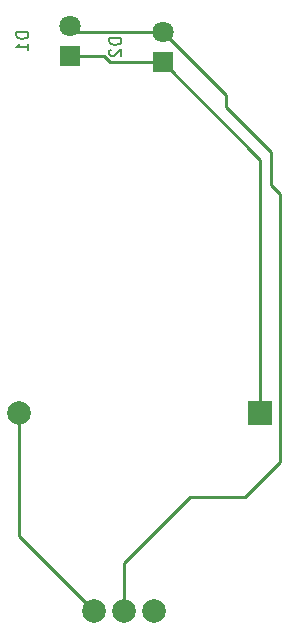
<source format=gbr>
%TF.GenerationSoftware,KiCad,Pcbnew,(5.1.6)-1*%
%TF.CreationDate,2020-10-19T09:00:09+02:00*%
%TF.ProjectId,Drache3,44726163-6865-4332-9e6b-696361645f70,rev?*%
%TF.SameCoordinates,Original*%
%TF.FileFunction,Copper,L2,Bot*%
%TF.FilePolarity,Positive*%
%FSLAX46Y46*%
G04 Gerber Fmt 4.6, Leading zero omitted, Abs format (unit mm)*
G04 Created by KiCad (PCBNEW (5.1.6)-1) date 2020-10-19 09:00:09*
%MOMM*%
%LPD*%
G01*
G04 APERTURE LIST*
%ADD10C,0.150000*%
%TA.AperFunction,ComponentPad*%
%ADD11R,1.800000X1.800000*%
%TD*%
%TA.AperFunction,ComponentPad*%
%ADD12C,1.800000*%
%TD*%
%TA.AperFunction,ComponentPad*%
%ADD13C,2.000000*%
%TD*%
%TA.AperFunction,ComponentPad*%
%ADD14R,2.000000X2.000000*%
%TD*%
%TA.AperFunction,Conductor*%
%ADD15C,0.250000*%
%TD*%
G04 APERTURE END LIST*
%TO.C,D1*%
D10*
X130604380Y-74191904D02*
X129604380Y-74191904D01*
X129604380Y-74430000D01*
X129652000Y-74572857D01*
X129747238Y-74668095D01*
X129842476Y-74715714D01*
X130032952Y-74763333D01*
X130175809Y-74763333D01*
X130366285Y-74715714D01*
X130461523Y-74668095D01*
X130556761Y-74572857D01*
X130604380Y-74430000D01*
X130604380Y-74191904D01*
X130604380Y-75715714D02*
X130604380Y-75144285D01*
X130604380Y-75430000D02*
X129604380Y-75430000D01*
X129747238Y-75334761D01*
X129842476Y-75239523D01*
X129890095Y-75144285D01*
%TO.C,D2*%
X138478380Y-74699904D02*
X137478380Y-74699904D01*
X137478380Y-74938000D01*
X137526000Y-75080857D01*
X137621238Y-75176095D01*
X137716476Y-75223714D01*
X137906952Y-75271333D01*
X138049809Y-75271333D01*
X138240285Y-75223714D01*
X138335523Y-75176095D01*
X138430761Y-75080857D01*
X138478380Y-74938000D01*
X138478380Y-74699904D01*
X137573619Y-75652285D02*
X137526000Y-75699904D01*
X137478380Y-75795142D01*
X137478380Y-76033238D01*
X137526000Y-76128476D01*
X137573619Y-76176095D01*
X137668857Y-76223714D01*
X137764095Y-76223714D01*
X137906952Y-76176095D01*
X138478380Y-75604666D01*
X138478380Y-76223714D01*
%TD*%
D11*
%TO.P,D1,1*%
%TO.N,Net-(D1-Pad1)*%
X134112000Y-76200000D03*
D12*
%TO.P,D1,2*%
%TO.N,Net-(D1-Pad2)*%
X134112000Y-73660000D03*
%TD*%
%TO.P,D2,2*%
%TO.N,Net-(D1-Pad2)*%
X141986000Y-74168000D03*
D11*
%TO.P,D2,1*%
%TO.N,Net-(D1-Pad1)*%
X141986000Y-76708000D03*
%TD*%
D13*
%TO.P,S1,1*%
%TO.N,Net-(S1-Pad1)*%
X136144000Y-123190000D03*
%TO.P,S1,2*%
%TO.N,Net-(D1-Pad2)*%
X138684000Y-123190000D03*
%TO.P,S1,3*%
%TO.N,Net-(S1-Pad3)*%
X141224000Y-123190000D03*
%TD*%
%TO.P,U1,1*%
%TO.N,Net-(S1-Pad1)*%
X129794000Y-106426000D03*
D14*
%TO.P,U1,2*%
%TO.N,Net-(D1-Pad1)*%
X150245600Y-106426000D03*
%TD*%
D15*
%TO.N,Net-(D1-Pad1)*%
X137492206Y-76708000D02*
X141986000Y-76708000D01*
X136984206Y-76200000D02*
X137492206Y-76708000D01*
X134112000Y-76200000D02*
X136984206Y-76200000D01*
X150245600Y-84967600D02*
X141986000Y-76708000D01*
X150245600Y-106426000D02*
X150245600Y-84967600D01*
%TO.N,Net-(D1-Pad2)*%
X134620000Y-74168000D02*
X133858000Y-73406000D01*
X141986000Y-74168000D02*
X134620000Y-74168000D01*
X138684000Y-119126000D02*
X138684000Y-123190000D01*
X144272000Y-113538000D02*
X138684000Y-119126000D01*
X151892000Y-87884000D02*
X151892000Y-110560998D01*
X148914998Y-113538000D02*
X144272000Y-113538000D01*
X151892000Y-110560998D02*
X148914998Y-113538000D01*
X147320000Y-79502000D02*
X147320000Y-80518000D01*
X141986000Y-74168000D02*
X147320000Y-79502000D01*
X151130000Y-87122000D02*
X151892000Y-87884000D01*
X147320000Y-80518000D02*
X151130000Y-84328000D01*
X151130000Y-84328000D02*
X151130000Y-87122000D01*
%TO.N,Net-(S1-Pad1)*%
X129794000Y-116840000D02*
X136144000Y-123190000D01*
X129794000Y-106426000D02*
X129794000Y-116840000D01*
%TD*%
M02*

</source>
